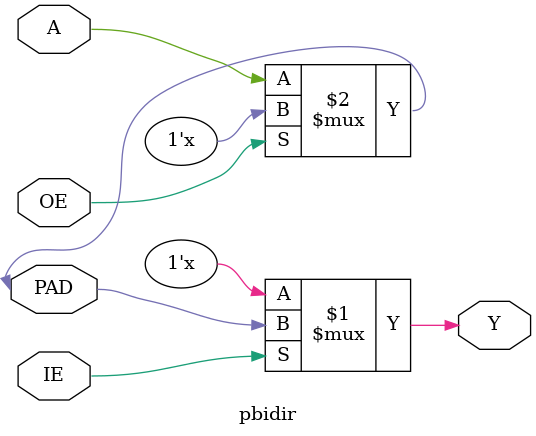
<source format=v>
module pbidir(PAD,Y,A,IE,OE);
inout PAD;
input A,IE,OE;
output Y;
bufif1 g1(Y,PAD,IE);
bufif0 g2(PAD,A,OE);
endmodule

</source>
